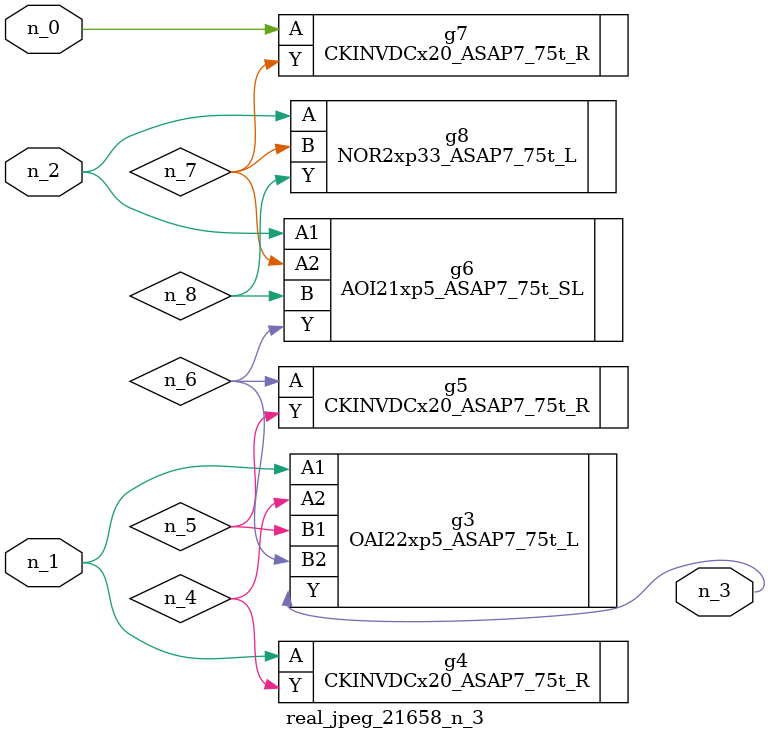
<source format=v>
module real_jpeg_21658_n_3 (n_1, n_0, n_2, n_3);

input n_1;
input n_0;
input n_2;

output n_3;

wire n_5;
wire n_4;
wire n_8;
wire n_6;
wire n_7;

CKINVDCx20_ASAP7_75t_R g7 ( 
.A(n_0),
.Y(n_7)
);

OAI22xp5_ASAP7_75t_L g3 ( 
.A1(n_1),
.A2(n_4),
.B1(n_5),
.B2(n_6),
.Y(n_3)
);

CKINVDCx20_ASAP7_75t_R g4 ( 
.A(n_1),
.Y(n_4)
);

AOI21xp5_ASAP7_75t_SL g6 ( 
.A1(n_2),
.A2(n_7),
.B(n_8),
.Y(n_6)
);

NOR2xp33_ASAP7_75t_L g8 ( 
.A(n_2),
.B(n_7),
.Y(n_8)
);

CKINVDCx20_ASAP7_75t_R g5 ( 
.A(n_6),
.Y(n_5)
);


endmodule
</source>
